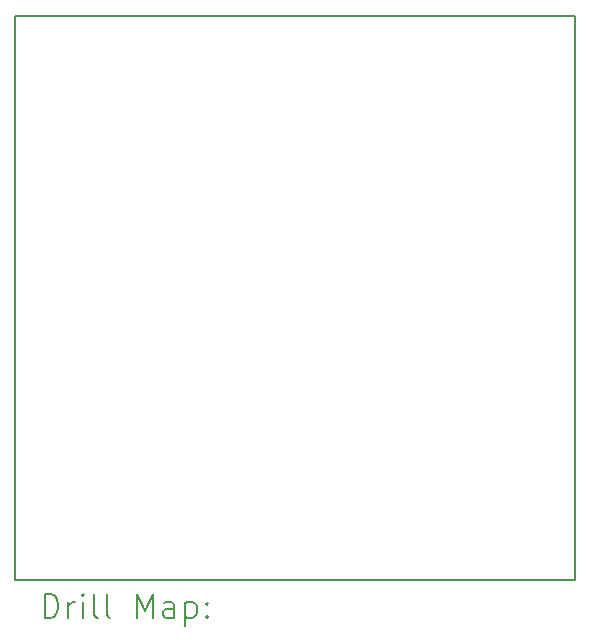
<source format=gbr>
%TF.GenerationSoftware,KiCad,Pcbnew,7.0.9*%
%TF.CreationDate,2023-12-12T21:37:11+00:00*%
%TF.ProjectId,watch_main,77617463-685f-46d6-9169-6e2e6b696361,rev?*%
%TF.SameCoordinates,Original*%
%TF.FileFunction,Drillmap*%
%TF.FilePolarity,Positive*%
%FSLAX45Y45*%
G04 Gerber Fmt 4.5, Leading zero omitted, Abs format (unit mm)*
G04 Created by KiCad (PCBNEW 7.0.9) date 2023-12-12 21:37:11*
%MOMM*%
%LPD*%
G01*
G04 APERTURE LIST*
%ADD10C,0.200000*%
G04 APERTURE END LIST*
D10*
X14520000Y-6210000D02*
X19260000Y-6210000D01*
X19260000Y-10980000D01*
X14520000Y-10980000D01*
X14520000Y-6210000D01*
X14770777Y-11301484D02*
X14770777Y-11101484D01*
X14770777Y-11101484D02*
X14818396Y-11101484D01*
X14818396Y-11101484D02*
X14846967Y-11111008D01*
X14846967Y-11111008D02*
X14866015Y-11130055D01*
X14866015Y-11130055D02*
X14875539Y-11149103D01*
X14875539Y-11149103D02*
X14885062Y-11187198D01*
X14885062Y-11187198D02*
X14885062Y-11215769D01*
X14885062Y-11215769D02*
X14875539Y-11253865D01*
X14875539Y-11253865D02*
X14866015Y-11272912D01*
X14866015Y-11272912D02*
X14846967Y-11291960D01*
X14846967Y-11291960D02*
X14818396Y-11301484D01*
X14818396Y-11301484D02*
X14770777Y-11301484D01*
X14970777Y-11301484D02*
X14970777Y-11168150D01*
X14970777Y-11206246D02*
X14980301Y-11187198D01*
X14980301Y-11187198D02*
X14989824Y-11177674D01*
X14989824Y-11177674D02*
X15008872Y-11168150D01*
X15008872Y-11168150D02*
X15027920Y-11168150D01*
X15094586Y-11301484D02*
X15094586Y-11168150D01*
X15094586Y-11101484D02*
X15085062Y-11111008D01*
X15085062Y-11111008D02*
X15094586Y-11120531D01*
X15094586Y-11120531D02*
X15104110Y-11111008D01*
X15104110Y-11111008D02*
X15094586Y-11101484D01*
X15094586Y-11101484D02*
X15094586Y-11120531D01*
X15218396Y-11301484D02*
X15199348Y-11291960D01*
X15199348Y-11291960D02*
X15189824Y-11272912D01*
X15189824Y-11272912D02*
X15189824Y-11101484D01*
X15323158Y-11301484D02*
X15304110Y-11291960D01*
X15304110Y-11291960D02*
X15294586Y-11272912D01*
X15294586Y-11272912D02*
X15294586Y-11101484D01*
X15551729Y-11301484D02*
X15551729Y-11101484D01*
X15551729Y-11101484D02*
X15618396Y-11244341D01*
X15618396Y-11244341D02*
X15685062Y-11101484D01*
X15685062Y-11101484D02*
X15685062Y-11301484D01*
X15866015Y-11301484D02*
X15866015Y-11196722D01*
X15866015Y-11196722D02*
X15856491Y-11177674D01*
X15856491Y-11177674D02*
X15837443Y-11168150D01*
X15837443Y-11168150D02*
X15799348Y-11168150D01*
X15799348Y-11168150D02*
X15780301Y-11177674D01*
X15866015Y-11291960D02*
X15846967Y-11301484D01*
X15846967Y-11301484D02*
X15799348Y-11301484D01*
X15799348Y-11301484D02*
X15780301Y-11291960D01*
X15780301Y-11291960D02*
X15770777Y-11272912D01*
X15770777Y-11272912D02*
X15770777Y-11253865D01*
X15770777Y-11253865D02*
X15780301Y-11234817D01*
X15780301Y-11234817D02*
X15799348Y-11225293D01*
X15799348Y-11225293D02*
X15846967Y-11225293D01*
X15846967Y-11225293D02*
X15866015Y-11215769D01*
X15961253Y-11168150D02*
X15961253Y-11368150D01*
X15961253Y-11177674D02*
X15980301Y-11168150D01*
X15980301Y-11168150D02*
X16018396Y-11168150D01*
X16018396Y-11168150D02*
X16037443Y-11177674D01*
X16037443Y-11177674D02*
X16046967Y-11187198D01*
X16046967Y-11187198D02*
X16056491Y-11206246D01*
X16056491Y-11206246D02*
X16056491Y-11263388D01*
X16056491Y-11263388D02*
X16046967Y-11282436D01*
X16046967Y-11282436D02*
X16037443Y-11291960D01*
X16037443Y-11291960D02*
X16018396Y-11301484D01*
X16018396Y-11301484D02*
X15980301Y-11301484D01*
X15980301Y-11301484D02*
X15961253Y-11291960D01*
X16142205Y-11282436D02*
X16151729Y-11291960D01*
X16151729Y-11291960D02*
X16142205Y-11301484D01*
X16142205Y-11301484D02*
X16132682Y-11291960D01*
X16132682Y-11291960D02*
X16142205Y-11282436D01*
X16142205Y-11282436D02*
X16142205Y-11301484D01*
X16142205Y-11177674D02*
X16151729Y-11187198D01*
X16151729Y-11187198D02*
X16142205Y-11196722D01*
X16142205Y-11196722D02*
X16132682Y-11187198D01*
X16132682Y-11187198D02*
X16142205Y-11177674D01*
X16142205Y-11177674D02*
X16142205Y-11196722D01*
M02*

</source>
